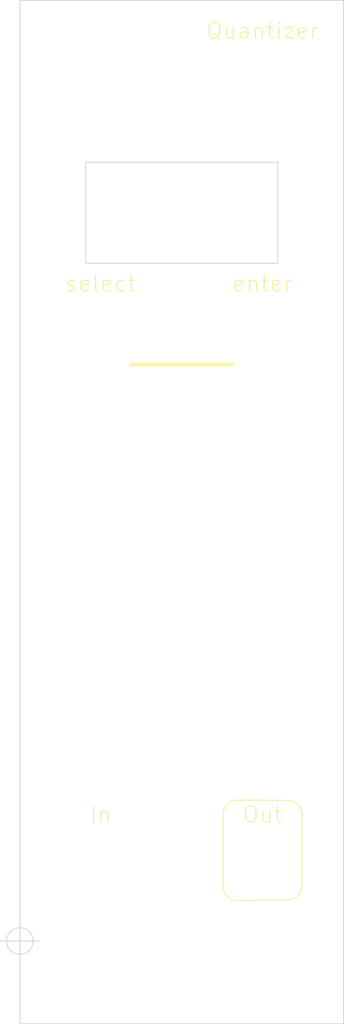
<source format=kicad_pcb>
(kicad_pcb (version 20171130) (host pcbnew "(5.1.8-0-10_14)")

  (general
    (thickness 1.6)
    (drawings 13)
    (tracks 0)
    (zones 0)
    (modules 6)
    (nets 1)
  )

  (page A4)
  (layers
    (0 F.Cu signal)
    (31 B.Cu signal)
    (32 B.Adhes user)
    (33 F.Adhes user)
    (34 B.Paste user)
    (35 F.Paste user)
    (36 B.SilkS user)
    (37 F.SilkS user)
    (38 B.Mask user)
    (39 F.Mask user)
    (40 Dwgs.User user)
    (41 Cmts.User user)
    (42 Eco1.User user)
    (43 Eco2.User user)
    (44 Edge.Cuts user)
    (45 Margin user)
    (46 B.CrtYd user)
    (47 F.CrtYd user)
    (48 B.Fab user)
    (49 F.Fab user)
  )

  (setup
    (last_trace_width 0.25)
    (user_trace_width 0.5)
    (user_trace_width 0.5)
    (trace_clearance 0.2)
    (zone_clearance 0.508)
    (zone_45_only no)
    (trace_min 0.2)
    (via_size 0.8)
    (via_drill 0.4)
    (via_min_size 0.4)
    (via_min_drill 0.3)
    (uvia_size 0.3)
    (uvia_drill 0.1)
    (uvias_allowed no)
    (uvia_min_size 0.2)
    (uvia_min_drill 0.1)
    (edge_width 0.1)
    (segment_width 0.2)
    (pcb_text_width 0.3)
    (pcb_text_size 1.5 1.5)
    (mod_edge_width 0.15)
    (mod_text_size 1 1)
    (mod_text_width 0.15)
    (pad_size 1.524 1.524)
    (pad_drill 0.762)
    (pad_to_mask_clearance 0)
    (aux_axis_origin 68.58 149.86)
    (grid_origin 68.58 149.86)
    (visible_elements FFFFFF7F)
    (pcbplotparams
      (layerselection 0x010fc_ffffffff)
      (usegerberextensions false)
      (usegerberattributes true)
      (usegerberadvancedattributes true)
      (creategerberjobfile true)
      (excludeedgelayer true)
      (linewidth 0.100000)
      (plotframeref false)
      (viasonmask false)
      (mode 1)
      (useauxorigin false)
      (hpglpennumber 1)
      (hpglpenspeed 20)
      (hpglpendiameter 15.000000)
      (psnegative false)
      (psa4output false)
      (plotreference true)
      (plotvalue true)
      (plotinvisibletext false)
      (padsonsilk false)
      (subtractmaskfromsilk false)
      (outputformat 1)
      (mirror false)
      (drillshape 1)
      (scaleselection 1)
      (outputdirectory ""))
  )

  (net 0 "")

  (net_class Default "これはデフォルトのネット クラスです。"
    (clearance 0.2)
    (trace_width 0.25)
    (via_dia 0.8)
    (via_drill 0.4)
    (uvia_dia 0.3)
    (uvia_drill 0.1)
  )

  (module Attenuverter:annotation_5.9mm_button (layer F.Cu) (tedit 622AA7A9) (tstamp 622B0406)
    (at 99.06 77.47)
    (fp_text reference enter (at 0 -10.16) (layer F.SilkS)
      (effects (font (size 2 2) (thickness 0.15)))
    )
    (fp_text value annotation_5.9mm_button (at 0 6.985) (layer F.Fab) hide
      (effects (font (size 1 1) (thickness 0.15)))
    )
    (fp_circle (center 0 0) (end 5.7 0) (layer Dwgs.User) (width 0.12))
    (pad "" np_thru_hole circle (at 0 0) (size 5.9 5.9) (drill 5.9) (layers *.Cu *.Mask))
  )

  (module Attenuverter:annotation_6.8mm (layer F.Cu) (tedit 622AA4F6) (tstamp 622B027E)
    (at 78.74 77.47)
    (fp_text reference select (at 0 -10.16) (layer F.SilkS)
      (effects (font (size 2 2) (thickness 0.15)))
    )
    (fp_text value annotation_6.8mm (at 0 8.89) (layer F.Fab) hide
      (effects (font (size 1 1) (thickness 0.15)))
    )
    (fp_circle (center 0 0) (end 7.75 0) (layer Dwgs.User) (width 0.12))
    (pad "" np_thru_hole circle (at 0 0) (size 6.8 6.8) (drill 6.8) (layers *.Cu *.Mask))
  )

  (module Attenuverter:annotation_3.5mm_jack_out (layer F.Cu) (tedit 62258355) (tstamp 622B01D6)
    (at 99.06 139.7)
    (fp_text reference Out (at 0 -5.715) (layer F.SilkS)
      (effects (font (size 2 2) (thickness 0.15)))
    )
    (fp_text value annotation_3.5mm_jack_out (at 0 6.35) (layer F.Fab) hide
      (effects (font (size 1 1) (thickness 0.15)))
    )
    (fp_circle (center 0 0) (end 4 0) (layer Dwgs.User) (width 0.12))
    (fp_line (start -3.185 -7.525) (end 3.165 -7.505) (layer F.SilkS) (width 0.12))
    (fp_line (start 4.975 -5.715) (end 4.975 3.175) (layer F.SilkS) (width 0.12))
    (fp_line (start 3.185 4.985) (end -3.165 5.08) (layer F.SilkS) (width 0.12))
    (fp_line (start -4.975 3.29) (end -4.975 -5.715) (layer F.SilkS) (width 0.12))
    (fp_arc (start -3.175 3.28) (end -4.975 3.29) (angle -90) (layer F.SilkS) (width 0.12))
    (fp_arc (start -3.175 -5.725) (end -3.185 -7.525) (angle -90) (layer F.SilkS) (width 0.12))
    (fp_arc (start 3.175 -5.705) (end 4.975 -5.715) (angle -90) (layer F.SilkS) (width 0.12))
    (fp_arc (start 3.175 3.185) (end 3.185 4.985) (angle -90) (layer F.SilkS) (width 0.12))
    (fp_text user %R (at 0.3 0) (layer F.Fab) hide
      (effects (font (size 1 1) (thickness 0.15)))
    )
    (pad 1 np_thru_hole circle (at 0 0) (size 6 6) (drill 6) (layers *.Cu *.Mask))
  )

  (module Attenuverter:annotation_3.5mm_jack_in (layer F.Cu) (tedit 6226F220) (tstamp 622B016B)
    (at 78.74 139.7)
    (fp_text reference In (at 0 -5.715) (layer F.SilkS)
      (effects (font (size 2 2) (thickness 0.15)))
    )
    (fp_text value annotation_3.5mm_jack_in (at 0 6.35) (layer F.Fab) hide
      (effects (font (size 1 1) (thickness 0.15)))
    )
    (fp_circle (center 0 0) (end 4 0) (layer Dwgs.User) (width 0.12))
    (fp_text user %R (at 0.3 0) (layer F.Fab) hide
      (effects (font (size 1 1) (thickness 0.15)))
    )
    (pad 1 np_thru_hole circle (at 0 0) (size 6 6) (drill 6) (layers *.Cu *.Mask))
  )

  (module MountingHole:MountingHole_3.2mm_M3 (layer F.Cu) (tedit 56D1B4CB) (tstamp 622B0103)
    (at 104.14 156.21)
    (descr "Mounting Hole 3.2mm, no annular, M3")
    (tags "mounting hole 3.2mm no annular m3")
    (attr virtual)
    (fp_text reference REF** (at 0 -4.2) (layer F.SilkS) hide
      (effects (font (size 1 1) (thickness 0.15)))
    )
    (fp_text value MountingHole_3.2mm_M3 (at 0 4.2) (layer F.Fab) hide
      (effects (font (size 1 1) (thickness 0.15)))
    )
    (fp_circle (center 0 0) (end 3.2 0) (layer Cmts.User) (width 0.15))
    (fp_circle (center 0 0) (end 3.45 0) (layer F.CrtYd) (width 0.05))
    (fp_text user %R (at 4.12 0.54) (layer F.Fab) hide
      (effects (font (size 1 1) (thickness 0.15)))
    )
    (pad 1 np_thru_hole circle (at 0 0) (size 3.2 3.2) (drill 3.2) (layers *.Cu *.Mask))
  )

  (module MountingHole:MountingHole_3.2mm_M3 (layer F.Cu) (tedit 56D1B4CB) (tstamp 622B00FC)
    (at 73.66 35.56)
    (descr "Mounting Hole 3.2mm, no annular, M3")
    (tags "mounting hole 3.2mm no annular m3")
    (attr virtual)
    (fp_text reference REF** (at 0 -4.2) (layer F.SilkS) hide
      (effects (font (size 1 1) (thickness 0.15)))
    )
    (fp_text value MountingHole_3.2mm_M3 (at 0 4.2) (layer F.Fab) hide
      (effects (font (size 1 1) (thickness 0.15)))
    )
    (fp_circle (center 0 0) (end 3.2 0) (layer Cmts.User) (width 0.15))
    (fp_circle (center 0 0) (end 3.45 0) (layer F.CrtYd) (width 0.05))
    (fp_text user %R (at 1.27 -0.31) (layer F.Fab) hide
      (effects (font (size 1 1) (thickness 0.15)))
    )
    (pad 1 np_thru_hole circle (at 0 0) (size 3.2 3.2) (drill 3.2) (layers *.Cu *.Mask))
  )

  (gr_line (start 82.55 77.47) (end 95.25 77.47) (layer F.SilkS) (width 0.5))
  (gr_text Quantizer (at 99.06 35.56) (layer F.SilkS)
    (effects (font (size 2 2) (thickness 0.15)))
  )
  (gr_line (start 100.965 52.07) (end 76.835 52.07) (layer Edge.Cuts) (width 0.1) (tstamp 622B03A9))
  (gr_line (start 100.965 64.77) (end 100.965 52.07) (layer Edge.Cuts) (width 0.1))
  (gr_line (start 76.835 64.77) (end 100.965 64.77) (layer Edge.Cuts) (width 0.1))
  (gr_line (start 76.835 52.07) (end 76.835 64.77) (layer Edge.Cuts) (width 0.1))
  (gr_line (start 68.58 151) (end 109.22 151) (layer Dwgs.User) (width 0.15) (tstamp 622B010F))
  (gr_line (start 68.58 31.75) (end 68.58 160.25) (layer Edge.Cuts) (width 0.1) (tstamp 622B010E))
  (gr_line (start 68.58 31.75) (end 109.22 31.75) (layer Edge.Cuts) (width 0.1) (tstamp 622B010D))
  (gr_line (start 109.22 31.75) (end 109.22 160.25) (layer Edge.Cuts) (width 0.1) (tstamp 622B010C))
  (gr_line (start 68.58 160.25) (end 109.22 160.25) (layer Edge.Cuts) (width 0.1) (tstamp 622B010B))
  (gr_line (start 68.58 41) (end 109.22 41) (layer Dwgs.User) (width 0.15) (tstamp 622B010A))
  (target plus (at 68.58 149.86) (size 5) (width 0.1) (layer Edge.Cuts))

)

</source>
